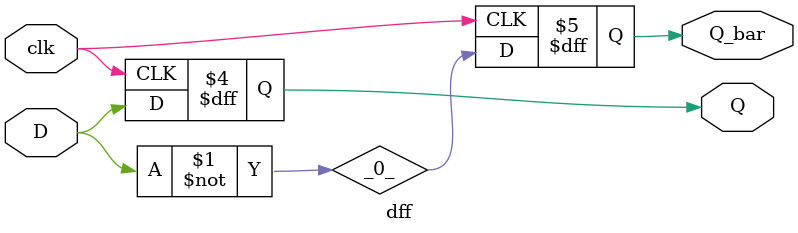
<source format=v>
/* Generated by Yosys 0.9 (git sha1 1979e0b) */

(* top =  1  *)
(* src = "rtl/dff.v:1" *)
module dff(D, clk, Q, Q_bar);
  (* src = "rtl/dff.v:4" *)
  wire _0_;
  (* src = "rtl/dff.v:2" *)
  input D;
  (* src = "rtl/dff.v:3" *)
  output Q;
  reg Q;
  (* src = "rtl/dff.v:3" *)
  output Q_bar;
  reg Q_bar;
  (* src = "rtl/dff.v:2" *)
  input clk;
  assign _0_ = ~D;
  (* src = "rtl/dff.v:4" *)
  always @(negedge clk)
      Q_bar <= _0_;
  (* src = "rtl/dff.v:4" *)
  always @(negedge clk)
      Q <= D;
endmodule

</source>
